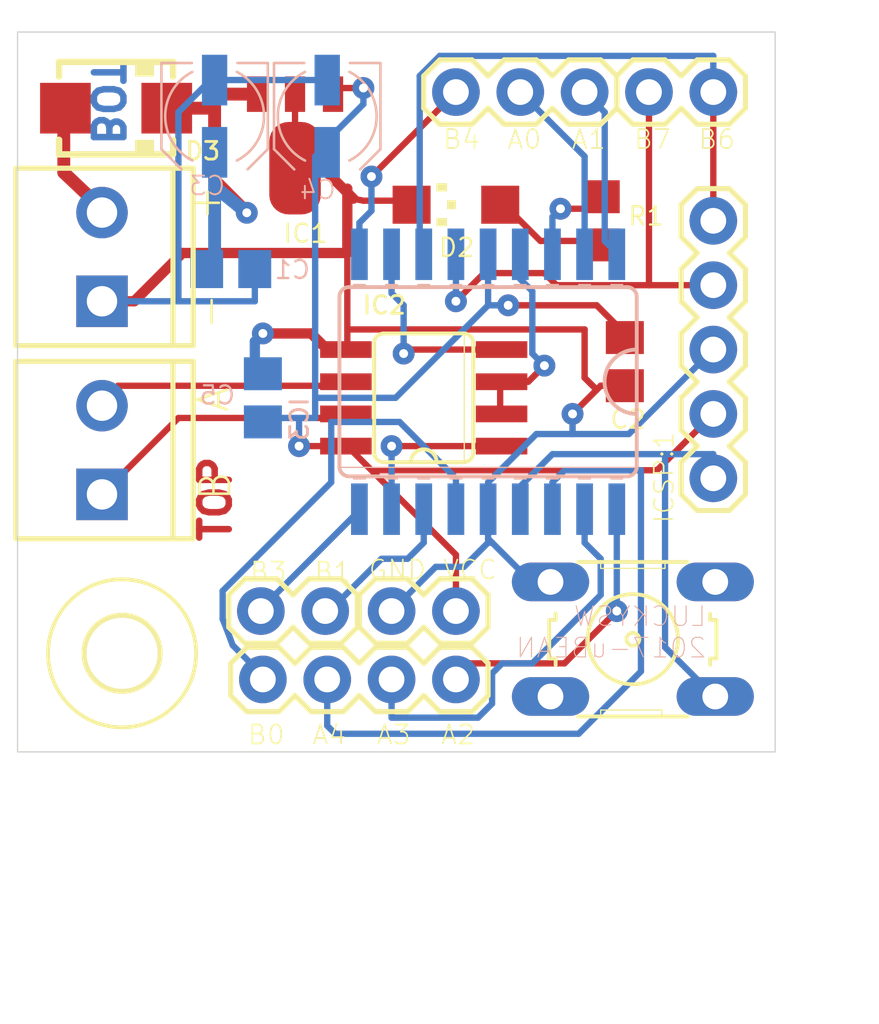
<source format=kicad_pcb>
(kicad_pcb (version 20221018) (generator pcbnew)
  (layers (0 "F.Cu" signal) (31 "B.Cu" signal) (34 "B.Paste" user) (35 "F.Paste" user) (36 "B.SilkS" user "B.Silkscreen") (37 "F.SilkS" user "F.Silkscreen") (38 "B.Mask" user) (39 "F.Mask" user) (44 "Edge.Cuts" user))
  (net 0 "")
  (net 1 "GND")
  (net 2 "N$1")
  (net 3 "N$2")
  (net 4 "B")
  (net 5 "A")
  (net 6 "MCLR")
  (net 7 "RB7")
  (net 8 "RB6")
  (net 9 "RA7")
  (net 10 "N$10")
  (net 11 "RB5")
  (net 12 "RB2")
  (net 13 "VCC")
  (net 14 "RB0")
  (net 15 "RA3")
  (net 16 "RA4")
  (net 17 "RA1")
  (net 18 "RB4")
  (net 19 "RA6")
  (net 20 "RA0")
  (net 21 "RB3")
  (net 22 "RA2")
  (net 23 "RB1")
  (footprint "microbean:MICRO-SWITCH" (layer "F.Cu") (at 157.837662 114.760475)
    (fp_text reference "U$2" hide)
    (fp_text value "PUSH-BUTTON")
    (pad "1" thru_hole oval (at -3.2512 -2.2606) (size 3.048 1.524) (drill 1.016) (layers "*.Cu" "*.Mask") (net 1 "GND"))
    (pad "2" thru_hole oval (at 3.2512 -2.2606) (size 3.048 1.524) (drill 1.016) (layers "*.Cu" "*.Mask"))
    (pad "3" thru_hole oval (at -3.2512 2.2606) (size 3.048 1.524) (drill 1.016) (layers "*.Cu" "*.Mask"))
    (pad "4" thru_hole oval (at 3.2512 2.2606) (size 3.048 1.524) (drill 1.016) (layers "*.Cu" "*.Mask") (net 6 "MCLR"))
  )
  (footprint "microbean:1X05" (layer "F.Cu") (at 161.012662 108.410475 90)
    (fp_text reference "ICSP0" hide)
    (fp_text value "ICSP-HEADER-5")
    (pad "1" thru_hole circle (at 0 0 180) (size 1.8796 1.8796) (drill 1.016) (layers "*.Cu" "*.Mask") (net 6 "MCLR"))
    (pad "2" thru_hole circle (at 2.54 0 180) (size 1.8796 1.8796) (drill 1.016) (layers "*.Cu" "*.Mask") (net 13 "VCC"))
    (pad "3" thru_hole circle (at 5.08 0 180) (size 1.8796 1.8796) (drill 1.016) (layers "*.Cu" "*.Mask") (net 1 "GND"))
    (pad "4" thru_hole circle (at 7.62 0 180) (size 1.8796 1.8796) (drill 1.016) (layers "*.Cu" "*.Mask") (net 7 "RB7"))
    (pad "5" thru_hole circle (at 10.16 0 180) (size 1.8796 1.8796) (drill 1.016) (layers "*.Cu" "*.Mask") (net 8 "RB6"))
  )
  (footprint "microbean:1X02" (layer "F.Cu") (at 143.153287 113.649225)
    (fp_text reference "J7" hide)
    (fp_text value "")
    (pad "1" thru_hole circle (at 0 0 90) (size 1.8796 1.8796) (drill 1.016) (layers "*.Cu" "*.Mask") (net 21 "RB3"))
    (pad "2" thru_hole circle (at 2.54 0 90) (size 1.8796 1.8796) (drill 1.016) (layers "*.Cu" "*.Mask") (net 23 "RB1"))
  )
  (footprint "microbean:1X03" (layer "F.Cu") (at 150.852662 93.170475)
    (fp_text reference "J3" hide)
    (fp_text value "")
    (pad "1" thru_hole circle (at 0 0 90) (size 1.8796 1.8796) (drill 1.016) (layers "*.Cu" "*.Mask") (net 18 "RB4"))
    (pad "2" thru_hole circle (at 2.54 0 90) (size 1.8796 1.8796) (drill 1.016) (layers "*.Cu" "*.Mask") (net 20 "RA0"))
    (pad "3" thru_hole circle (at 5.08 0 90) (size 1.8796 1.8796) (drill 1.016) (layers "*.Cu" "*.Mask") (net 17 "RA1"))
  )
  (footprint "microbean:SMA" (layer "F.Cu") (at 137.438287 93.805475 180)
    (fp_text reference "D3" (at -4.17875 -1.285625) (layer "F.SilkS") (effects (font (size 0.6985 0.6985) (thickness 0.1143)) (justify right top)))
    (fp_text value "S1A")
    (pad "A" smd rect (at 2 0 180) (size 2 2) (layers "F.Cu" "F.Paste" "F.Mask") (net 2 "N$1"))
    (pad "C" smd rect (at -2 0 180) (size 2 2) (layers "F.Cu" "F.Paste" "F.Mask") (net 3 "N$2"))
  )
  (footprint "microbean:R0805" (layer "F.Cu") (at 156.567662 98.250475 -90)
    (fp_text reference "R1" (at 0.238125 -1.031875) (layer "F.SilkS") (effects (font (size 0.719328 0.719328) (thickness 0.093472)) (justify left bottom)))
    (fp_text value "560")
    (pad "1" smd rect (at -0.95 0 270) (size 1.3 1.5) (layers "F.Cu" "F.Paste" "F.Mask") (net 9 "RA7"))
    (pad "2" smd rect (at 0.95 0 270) (size 1.3 1.5) (layers "F.Cu" "F.Paste" "F.Mask") (net 10 "N$10"))
  )
  (footprint "microbean:CHIPLED_1206" (layer "F.Cu") (at 150.852662 97.615475 90)
    (fp_text reference "D2" (at -1.27 0.79375) (layer "F.SilkS") (effects (font (size 0.719328 0.719328) (thickness 0.093472)) (justify right top)))
    (fp_text value "LED1206")
    (pad "A" smd rect (at 0 1.75 90) (size 1.5 1.5) (layers "F.Cu" "F.Paste" "F.Mask") (net 10 "N$10"))
    (pad "C" smd rect (at 0 -1.75 90) (size 1.5 1.5) (layers "F.Cu" "F.Paste" "F.Mask") (net 1 "GND"))
  )
  (footprint "microbean:1X04" (layer "F.Cu") (at 150.852662 116.347975 180)
    (fp_text reference "J4" hide)
    (fp_text value "")
    (pad "1" thru_hole circle (at 0 0 270) (size 1.8796 1.8796) (drill 1.016) (layers "*.Cu" "*.Mask") (net 22 "RA2"))
    (pad "2" thru_hole circle (at 2.54 0 270) (size 1.8796 1.8796) (drill 1.016) (layers "*.Cu" "*.Mask") (net 15 "RA3"))
    (pad "3" thru_hole circle (at 5.08 0 270) (size 1.8796 1.8796) (drill 1.016) (layers "*.Cu" "*.Mask") (net 16 "RA4"))
    (pad "4" thru_hole circle (at 7.62 0 270) (size 1.8796 1.8796) (drill 1.016) (layers "*.Cu" "*.Mask") (net 14 "RB0"))
  )
  (footprint "microbean:SCREWTERMINAL-3.5MM-2" (layer "F.Cu") (at 136.882662 109.045475 90)
    (fp_text reference "J2" hide)
    (fp_text value "")
    (pad "1" thru_hole rect (at 0 0 90) (size 2.032 2.032) (drill 1.2) (layers "*.Cu" "*.Mask") (net 4 "B"))
    (pad "2" thru_hole circle (at 3.5 0 90) (size 2.032 2.032) (drill 1.2) (layers "*.Cu" "*.Mask") (net 5 "A"))
  )
  (footprint "microbean:2,8" (layer "F.Cu") (at 137.676412 115.3161)
    (fp_text reference "U$4" hide)
    (fp_text value "" hide)
    (pad "" np_thru_hole circle (at 0 0) (size 2.8 2.8) (drill 2.8) (layers "*.Cu" "*.Mask"))
  )
  (footprint "microbean:SCREWTERMINAL-3.5MM-2" (layer "F.Cu") (at 136.882662 101.425475 90)
    (fp_text reference "J1" hide)
    (fp_text value "")
    (pad "1" thru_hole rect (at 0 0 90) (size 2.032 2.032) (drill 1.2) (layers "*.Cu" "*.Mask") (net 1 "GND"))
    (pad "2" thru_hole circle (at 3.5 0 90) (size 2.032 2.032) (drill 1.2) (layers "*.Cu" "*.Mask") (net 2 "N$1"))
  )
  (footprint "microbean:1X02" (layer "F.Cu") (at 158.472662 93.170475)
    (fp_text reference "J6" hide)
    (fp_text value "")
    (pad "1" thru_hole circle (at 0 0 90) (size 1.8796 1.8796) (drill 1.016) (layers "*.Cu" "*.Mask") (net 7 "RB7"))
    (pad "2" thru_hole circle (at 2.54 0 90) (size 1.8796 1.8796) (drill 1.016) (layers "*.Cu" "*.Mask") (net 8 "RB6"))
  )
  (footprint "microbean:C0805" (layer "F.Cu") (at 157.520162 103.806725 -90)
    (fp_text reference "C2" (at 2.69875 0.635) (layer "F.SilkS") (effects (font (size 0.719328 0.719328) (thickness 0.093472)) (justify left bottom)))
    (fp_text value "100n")
    (pad "1" smd rect (at -0.95 0 270) (size 1.3 1.5) (layers "F.Cu" "F.Paste" "F.Mask") (net 13 "VCC"))
    (pad "2" smd rect (at 0.95 0 270) (size 1.3 1.5) (layers "F.Cu" "F.Paste" "F.Mask") (net 1 "GND"))
  )
  (footprint "microbean:1X02" (layer "F.Cu") (at 150.852662 113.649225 180)
    (fp_text reference "J5" hide)
    (fp_text value "")
    (pad "1" thru_hole circle (at 0 0 270) (size 1.8796 1.8796) (drill 1.016) (layers "*.Cu" "*.Mask") (net 13 "VCC"))
    (pad "2" thru_hole circle (at 2.54 0 270) (size 1.8796 1.8796) (drill 1.016) (layers "*.Cu" "*.Mask") (net 1 "GND"))
  )
  (footprint "microbean:SOT89" (layer "F.Cu") (at 144.502662 95.234225 180)
    (fp_text reference "IC1" (at -1.349375 -3.095625) (layer "F.SilkS") (effects (font (size 0.719328 0.719328) (thickness 0.093472)) (justify right top)))
    (fp_text value "L78L33/L78L05")
    (pad "1" smd rect (at -1.499 1.981 180) (size 0.8 1.4) (layers "F.Cu" "F.Paste" "F.Mask") (net 13 "VCC"))
    (pad "2" smd rect (at 0 1.981 180) (size 0.8 1.4) (layers "F.Cu") (net 1 "GND"))
    (pad "2@1" smd roundrect (at 0 -0.94 180) (size 2.032 3.65) (layers "F.Cu" "F.Paste" "F.Mask") (roundrect_rratio 0.375) (net 1 "GND"))
    (pad "3" smd rect (at 1.499 1.981 180) (size 0.8 1.4) (layers "F.Cu" "F.Paste" "F.Mask") (net 3 "N$2"))
  )
  (footprint "microbean:SO08" (layer "F.Cu") (at 149.582662 105.235475 90)
    (fp_text reference "IC2" (at 4.064 -0.635) (layer "F.SilkS") (effects (font (size 0.6985 0.6985) (thickness 0.1143)) (justify right top)))
    (fp_text value "ST485/ST3485")
    (pad "1" smd rect (at -1.905 3.0734 90) (size 0.6604 2.032) (layers "F.Cu" "F.Paste" "F.Mask") (net 12 "RB2"))
    (pad "2" smd rect (at -0.635 3.0734 90) (size 0.6604 2.032) (layers "F.Cu" "F.Paste" "F.Mask") (net 19 "RA6"))
    (pad "3" smd rect (at 0.635 3.0734 90) (size 0.6604 2.032) (layers "F.Cu" "F.Paste" "F.Mask") (net 19 "RA6"))
    (pad "4" smd rect (at 1.905 3.0734 90) (size 0.6604 2.032) (layers "F.Cu" "F.Paste" "F.Mask") (net 11 "RB5"))
    (pad "5" smd rect (at 1.905 -3.0734 90) (size 0.6604 2.032) (layers "F.Cu" "F.Paste" "F.Mask") (net 1 "GND"))
    (pad "6" smd rect (at 0.635 -3.0734 90) (size 0.6604 2.032) (layers "F.Cu" "F.Paste" "F.Mask") (net 5 "A"))
    (pad "7" smd rect (at -0.635 -3.0734 90) (size 0.6604 2.032) (layers "F.Cu" "F.Paste" "F.Mask") (net 4 "B"))
    (pad "8" smd rect (at -1.905 -3.0734 90) (size 0.6604 2.032) (layers "F.Cu" "F.Paste" "F.Mask") (net 13 "VCC"))
  )
  (footprint "microbean:C0805" (layer "B.Cu") (at 143.232662 105.235475 90)
    (fp_text reference "C5" (at -0.3175 -1.031875 180) (layer "B.SilkS") (effects (font (size 0.719328 0.719328) (thickness 0.093472)) (justify left bottom mirror)))
    (fp_text value "100n")
    (pad "1" smd rect (at -0.95 0 90) (size 1.3 1.5) (layers "B.Cu" "B.Paste" "B.Mask") (net 13 "VCC"))
    (pad "2" smd rect (at 0.95 0 90) (size 1.3 1.5) (layers "B.Cu" "B.Paste" "B.Mask") (net 1 "GND"))
  )
  (footprint "microbean:C0805" (layer "B.Cu") (at 141.962662 100.155475)
    (fp_text reference "C1" (at 1.666875 -0.396875) (layer "B.SilkS") (effects (font (size 0.719328 0.719328) (thickness 0.093472)) (justify right top mirror)))
    (fp_text value "100n")
    (pad "1" smd rect (at -0.95 0) (size 1.3 1.5) (layers "B.Cu" "B.Paste" "B.Mask") (net 3 "N$2"))
    (pad "2" smd rect (at 0.95 0) (size 1.3 1.5) (layers "B.Cu" "B.Paste" "B.Mask") (net 1 "GND"))
  )
  (footprint "microbean:UD-4X5,8_NICHICON" (layer "B.Cu") (at 141.327662 94.122975 -90)
    (fp_text reference "C3" (at 3.175 -0.47625 -180) (layer "B.SilkS") (effects (font (size 0.738022 0.738022) (thickness 0.074778)) (justify left bottom mirror)))
    (fp_text value "10u")
    (pad "+" smd rect (at 1.425 0 270) (size 2 1) (layers "B.Cu" "B.Paste" "B.Mask") (net 3 "N$2"))
    (pad "-" smd rect (at -1.425 0 270) (size 2 1) (layers "B.Cu" "B.Paste" "B.Mask") (net 1 "GND"))
  )
  (footprint "microbean:SO18W" (layer "B.Cu") (at 152.122662 104.600475 180)
    (fp_text reference "IC3" (at 7.038975 -0.555625 270) (layer "B.SilkS") (effects (font (size 0.6985 0.6985) (thickness 0.1143)) (justify left bottom mirror)))
    (fp_text value "PIC16F1827SO18")
    (pad "1" smd rect (at -5.08 -5.0292 180) (size 0.6604 2.032) (layers "B.Cu" "B.Paste" "B.Mask") (net 22 "RA2"))
    (pad "2" smd rect (at -3.81 -5.0292 180) (size 0.6604 2.032) (layers "B.Cu" "B.Paste" "B.Mask") (net 15 "RA3"))
    (pad "3" smd rect (at -2.54 -5.0292 180) (size 0.6604 2.032) (layers "B.Cu" "B.Paste" "B.Mask") (net 16 "RA4"))
    (pad "4" smd rect (at -1.27 -5.0292 180) (size 0.6604 2.032) (layers "B.Cu" "B.Paste" "B.Mask") (net 6 "MCLR"))
    (pad "5" smd rect (at 0 -5.0292 180) (size 0.6604 2.032) (layers "B.Cu" "B.Paste" "B.Mask") (net 1 "GND"))
    (pad "6" smd rect (at 1.27 -5.0292 180) (size 0.6604 2.032) (layers "B.Cu" "B.Paste" "B.Mask") (net 14 "RB0"))
    (pad "7" smd rect (at 2.54 -5.0292 180) (size 0.6604 2.032) (layers "B.Cu" "B.Paste" "B.Mask") (net 23 "RB1"))
    (pad "8" smd rect (at 3.81 -5.0292 180) (size 0.6604 2.032) (layers "B.Cu" "B.Paste" "B.Mask") (net 12 "RB2"))
    (pad "9" smd rect (at 5.08 -5.0292 180) (size 0.6604 2.032) (layers "B.Cu" "B.Paste" "B.Mask") (net 21 "RB3"))
    (pad "10" smd rect (at 5.08 5.0292 180) (size 0.6604 2.032) (layers "B.Cu" "B.Paste" "B.Mask") (net 18 "RB4"))
    (pad "11" smd rect (at 3.81 5.0292 180) (size 0.6604 2.032) (layers "B.Cu" "B.Paste" "B.Mask") (net 11 "RB5"))
    (pad "12" smd rect (at 2.54 5.0292 180) (size 0.6604 2.032) (layers "B.Cu" "B.Paste" "B.Mask") (net 8 "RB6"))
    (pad "13" smd rect (at 1.27 5.0292 180) (size 0.6604 2.032) (layers "B.Cu" "B.Paste" "B.Mask") (net 7 "RB7"))
    (pad "14" smd rect (at 0 5.0292 180) (size 0.6604 2.032) (layers "B.Cu" "B.Paste" "B.Mask") (net 13 "VCC"))
    (pad "15" smd rect (at -1.27 5.0292 180) (size 0.6604 2.032) (layers "B.Cu" "B.Paste" "B.Mask") (net 19 "RA6"))
    (pad "16" smd rect (at -2.54 5.0292 180) (size 0.6604 2.032) (layers "B.Cu" "B.Paste" "B.Mask") (net 9 "RA7"))
    (pad "17" smd rect (at -3.81 5.0292 180) (size 0.6604 2.032) (layers "B.Cu" "B.Paste" "B.Mask") (net 20 "RA0"))
    (pad "18" smd rect (at -5.08 5.0292 180) (size 0.6604 2.032) (layers "B.Cu" "B.Paste" "B.Mask") (net 17 "RA1"))
  )
  (footprint "microbean:UD-4X5,8_NICHICON" (layer "B.Cu") (at 145.772662 94.122975 -90)
    (fp_text reference "C4" (at 3.33375 -0.396875 -180) (layer "B.SilkS") (effects (font (size 0.738022 0.738022) (thickness 0.074778)) (justify left bottom mirror)))
    (fp_text value "10u")
    (pad "+" smd rect (at 1.425 0 270) (size 2 1) (layers "B.Cu" "B.Paste" "B.Mask") (net 13 "VCC"))
    (pad "-" smd rect (at -1.425 0 270) (size 2 1) (layers "B.Cu" "B.Paste" "B.Mask") (net 1 "GND"))
  )
  (gr_line (start 163.453287 119.205475) (end 163.453287 90.801725) (stroke (width 0.05)) (layer "Edge.Cuts"))
  (gr_line (start 133.548912 119.205475) (end 163.453287 119.205475) (stroke (width 0.05)) (layer "Edge.Cuts"))
  (gr_line (start 163.453287 90.801725) (end 133.548912 90.801725) (stroke (width 0.05)) (layer "Edge.Cuts"))
  (gr_line (start 133.548912 90.801725) (end 133.548912 119.205475) (stroke (width 0.05)) (layer "Edge.Cuts"))
  (gr_text "TOP" (at 142.042037 111.02985 90) (layer "F.Cu") (effects (font (size 1.166368 1.166368) (thickness 0.256032)) (justify left bottom)))
  (gr_text "BOT" (at 136.406412 95.392975 -90) (layer "B.Cu") (effects (font (size 1.166368 1.166368) (thickness 0.256032)) (justify left bottom mirror)))
  (gr_text "LUCKYSW\n2017-uBEAN" (at 160.774537 115.554225) (layer "B.SilkS") (effects (font (size 0.77216 0.77216) (thickness 0.04064)) (justify left bottom mirror)))
  (gr_text "-" (at 141.803912 102.6161 90) (layer "F.SilkS") (effects (font (size 1.1684 1.1684) (thickness 0.1016)) (justify left bottom)))
  (gr_text "B3" (at 142.677037 112.537975) (layer "F.SilkS") (effects (font (size 0.747776 0.747776) (thickness 0.065024)) (justify left bottom)))
  (gr_text "B7" (at 157.837662 95.47235) (layer "F.SilkS") (effects (font (size 0.747776 0.747776) (thickness 0.065024)) (justify left bottom)))
  (gr_text "A0" (at 152.837037 95.47235) (layer "F.SilkS") (effects (font (size 0.747776 0.747776) (thickness 0.065024)) (justify left bottom)))
  (gr_text "B" (at 142.042037 109.362975 90) (layer "F.SilkS") (effects (font (size 1.1684 1.1684) (thickness 0.1016)) (justify left bottom)))
  (gr_text "A4" (at 145.137662 118.96735) (layer "F.SilkS") (effects (font (size 0.747776 0.747776) (thickness 0.065024)) (justify left bottom)))
  (gr_text "B0" (at 142.597662 118.96735) (layer "F.SilkS") (effects (font (size 0.747776 0.747776) (thickness 0.065024)) (justify left bottom)))
  (gr_text "+" (at 141.645162 98.32985 90) (layer "F.SilkS") (effects (font (size 1.1684 1.1684) (thickness 0.1016)) (justify left bottom)))
  (gr_text "B1" (at 145.217037 112.537975) (layer "F.SilkS") (effects (font (size 0.747776 0.747776) (thickness 0.065024)) (justify left bottom)))
  (gr_text "VCC" (at 150.297037 112.4586) (layer "F.SilkS") (effects (font (size 0.747776 0.747776) (thickness 0.065024)) (justify left bottom)))
  (gr_text "B6" (at 160.377662 95.47235) (layer "F.SilkS") (effects (font (size 0.747776 0.747776) (thickness 0.065024)) (justify left bottom)))
  (gr_text "A2" (at 150.217662 118.96735) (layer "F.SilkS") (effects (font (size 0.747776 0.747776) (thickness 0.065024)) (justify left bottom)))
  (gr_text "A1" (at 155.377037 95.47235) (layer "F.SilkS") (effects (font (size 0.747776 0.747776) (thickness 0.065024)) (justify left bottom)))
  (gr_text "A3" (at 147.677662 118.96735) (layer "F.SilkS") (effects (font (size 0.747776 0.747776) (thickness 0.065024)) (justify left bottom)))
  (gr_text "A" (at 141.962662 105.870475 90) (layer "F.SilkS") (effects (font (size 1.1684 1.1684) (thickness 0.1016)) (justify left bottom)))
  (gr_text "ICSP:1" (at 159.504537 110.2361 90) (layer "F.SilkS") (effects (font (size 0.747776 0.747776) (thickness 0.065024)) (justify left bottom)))
  (gr_text "B4" (at 150.297037 95.47235) (layer "F.SilkS") (effects (font (size 0.747776 0.747776) (thickness 0.065024)) (justify left bottom)))
  (gr_text "GND" (at 147.360162 112.4586) (layer "F.SilkS") (effects (font (size 0.747776 0.747776) (thickness 0.065024)) (justify left bottom)))
  (segment (start 144.502662 96.174225) (end 144.502662 93.253225) (width 0.25) (layer "F.Cu") (net 1))
  (segment (start 146.804537 97.37735) (end 147.201412 97.456725) (width 0.25) (layer "F.Cu") (net 1))
  (segment (start 138.152662 101.425475) (end 136.882662 101.425475) (width 0.4064) (layer "F.Cu") (net 1))
  (segment (start 143.232662 102.695475) (end 145.137662 102.695475) (width 0.4064) (layer "F.Cu") (net 1))
  (segment (start 146.566412 103.330475) (end 146.509262 103.330475) (width 0.25) (layer "F.Cu") (net 1))
  (segment (start 148.788912 97.456725) (end 148.947662 97.615475) (width 0.25) (layer "F.Cu") (net 1))
  (segment (start 146.566412 99.520475) (end 140.057662 99.520475) (width 0.4064) (layer "F.Cu") (net 1))
  (segment (start 145.137662 102.695475) (end 145.772662 103.330475) (width 0.4064) (layer "F.Cu") (net 1))
  (segment (start 157.520162 104.756725) (end 156.570162 104.756725) (width 0.254) (layer "F.Cu") (net 1))
  (segment (start 146.566412 96.980475) (end 146.804537 97.37735) (width 0.25) (layer "F.Cu") (net 1))
  (segment (start 156.570162 104.756725) (end 156.408912 104.917975) (width 0.254) (layer "F.Cu") (net 1))
  (segment (start 146.566412 102.536725) (end 146.566412 103.330475) (width 0.25) (layer "F.Cu") (net 1))
  (segment (start 155.932662 102.536725) (end 155.932662 104.441725) (width 0.254) (layer "F.Cu") (net 1))
  (segment (start 156.408912 104.917975) (end 155.456412 105.870475) (width 0.254) (layer "F.Cu") (net 1))
  (segment (start 148.947662 97.615475) (end 149.102662 97.615475) (width 0.25) (layer "F.Cu") (net 1))
  (segment (start 144.661412 95.234225) (end 146.804537 97.37735) (width 0.4064) (layer "F.Cu") (net 1))
  (segment (start 147.201412 97.456725) (end 148.788912 97.456725) (width 0.25) (layer "F.Cu") (net 1))
  (segment (start 146.566412 96.980475) (end 146.566412 99.520475) (width 0.4064) (layer "F.Cu") (net 1))
  (segment (start 146.566412 99.520475) (end 146.566412 102.536725) (width 0.25) (layer "F.Cu") (net 1))
  (segment (start 146.566412 102.536725) (end 155.932662 102.536725) (width 0.25) (layer "F.Cu") (net 1))
  (segment (start 155.932662 104.441725) (end 156.408912 104.917975) (width 0.254) (layer "F.Cu") (net 1))
  (segment (start 144.661412 95.234225) (end 144.502662 96.174225) (width 0.25) (layer "F.Cu") (net 1))
  (segment (start 140.057662 99.520475) (end 138.152662 101.425475) (width 0.4064) (layer "F.Cu") (net 1))
  (via (at 143.232662 102.695475) (size 0.8636) (drill 0.35) (layers "F.Cu" "B.Cu") (net 1))
  (via (at 155.456412 105.870475) (size 0.8636) (drill 0.35) (layers "F.Cu" "B.Cu") (net 1))
  (segment (start 142.915162 103.012975) (end 143.232662 102.695475) (width 0.4064) (layer "B.Cu") (net 1))
  (segment (start 142.915162 103.965475) (end 143.232662 104.282975) (width 0.25) (layer "B.Cu") (net 1))
  (segment (start 152.122662 110.950475) (end 151.170162 111.902975) (width 0.25) (layer "B.Cu") (net 1))
  (segment (start 155.456412 106.664225) (end 154.027662 106.664225) (width 0.25) (layer "B.Cu") (net 1))
  (segment (start 142.915162 100.155475) (end 142.915162 101.425475) (width 0.25) (layer "B.Cu") (net 1))
  (segment (start 152.122662 109.680475) (end 152.122662 110.950475) (width 0.25) (layer "B.Cu") (net 1))
  (segment (start 153.710162 112.379225) (end 152.281412 110.950475) (width 0.25) (layer "B.Cu") (net 1))
  (segment (start 152.281412 110.950475) (end 152.122662 110.791725) (width 0.25) (layer "B.Cu") (net 1))
  (segment (start 141.327662 92.535475) (end 141.327662 92.694225) (width 0.25) (layer "B.Cu") (net 1))
  (segment (start 161.012662 103.330475) (end 157.678912 106.664225) (width 0.25) (layer "B.Cu") (net 1))
  (segment (start 151.170162 111.902975) (end 150.058912 111.902975) (width 0.25) (layer "B.Cu") (net 1))
  (segment (start 142.915162 100.155475) (end 142.912662 100.155475) (width 0.25) (layer "B.Cu") (net 1))
  (segment (start 155.456412 105.870475) (end 155.456412 106.664225) (width 0.254) (layer "B.Cu") (net 1))
  (segment (start 154.027662 106.664225) (end 152.122662 108.569225) (width 0.25) (layer "B.Cu") (net 1))
  (segment (start 150.058912 111.902975) (end 148.312662 113.649225) (width 0.25) (layer "B.Cu") (net 1))
  (segment (start 143.232662 104.282975) (end 143.232662 104.285475) (width 0.25) (layer "B.Cu") (net 1))
  (segment (start 152.122662 110.950475) (end 152.281412 110.950475) (width 0.254) (layer "B.Cu") (net 1))
  (segment (start 145.772662 92.694225) (end 145.772662 92.697975) (width 0.25) (layer "B.Cu") (net 1))
  (segment (start 141.327662 92.694225) (end 141.327662 92.697975) (width 0.25) (layer "B.Cu") (net 1))
  (segment (start 136.882662 101.425475) (end 139.898912 101.425475) (width 0.25) (layer "B.Cu") (net 1))
  (segment (start 139.898912 101.425475) (end 139.898912 93.964225) (width 0.25) (layer "B.Cu") (net 1))
  (segment (start 152.122662 108.569225) (end 152.122662 109.629675) (width 0.25) (layer "B.Cu") (net 1))
  (segment (start 142.915162 103.965475) (end 142.915162 103.012975) (width 0.4064) (layer "B.Cu") (net 1))
  (segment (start 152.122662 109.629675) (end 152.122662 109.680475) (width 0.254) (layer "B.Cu") (net 1))
  (segment (start 157.678912 106.664225) (end 155.456412 106.664225) (width 0.25) (layer "B.Cu") (net 1))
  (segment (start 154.503912 112.379225) (end 153.710162 112.379225) (width 0.25) (layer "B.Cu") (net 1))
  (segment (start 139.898912 93.964225) (end 141.327662 92.535475) (width 0.25) (layer "B.Cu") (net 1))
  (segment (start 139.898912 101.425475) (end 142.915162 101.425475) (width 0.25) (layer "B.Cu") (net 1))
  (segment (start 145.772662 92.694225) (end 141.327662 92.694225) (width 0.25) (layer "B.Cu") (net 1))
  (segment (start 154.503912 112.379225) (end 154.586462 112.499875) (width 0.25) (layer "B.Cu") (net 1))
  (segment (start 135.374537 93.88485) (end 135.438287 93.805475) (width 0.508) (layer "F.Cu") (net 2))
  (segment (start 136.882662 97.774225) (end 135.374537 96.345475) (width 0.508) (layer "F.Cu") (net 2))
  (segment (start 136.882662 97.774225) (end 136.882662 97.925475) (width 0.508) (layer "F.Cu") (net 2))
  (segment (start 135.374537 96.345475) (end 135.374537 93.88485) (width 0.508) (layer "F.Cu") (net 2))
  (segment (start 141.327662 96.662975) (end 142.597662 97.932975) (width 0.508) (layer "F.Cu") (net 3))
  (segment (start 139.438287 93.805475) (end 141.010162 93.805475) (width 0.508) (layer "F.Cu") (net 3))
  (segment (start 141.327662 93.646725) (end 141.327662 96.662975) (width 0.508) (layer "F.Cu") (net 3))
  (segment (start 141.645162 93.24985) (end 143.003662 93.253225) (width 0.508) (layer "F.Cu") (net 3))
  (segment (start 141.168912 93.646725) (end 141.327662 93.646725) (width 0.508) (layer "F.Cu") (net 3))
  (segment (start 141.168912 93.646725) (end 141.645162 93.24985) (width 0.508) (layer "F.Cu") (net 3))
  (segment (start 141.010162 93.805475) (end 141.168912 93.646725) (width 0.508) (layer "F.Cu") (net 3))
  (via (at 142.597662 97.932975) (size 0.8636) (drill 0.35) (layers "F.Cu" "B.Cu") (net 3))
  (segment (start 141.327662 96.9011) (end 141.327662 99.996725) (width 0.508) (layer "B.Cu") (net 3))
  (segment (start 142.597662 97.932975) (end 141.327662 96.9011) (width 0.508) (layer "B.Cu") (net 3))
  (segment (start 141.327662 96.9011) (end 141.327662 95.547975) (width 0.508) (layer "B.Cu") (net 3))
  (segment (start 141.327662 99.996725) (end 141.168912 100.155475) (width 0.508) (layer "B.Cu") (net 3))
  (segment (start 141.168912 100.155475) (end 141.012662 100.155475) (width 0.508) (layer "B.Cu") (net 3))
  (segment (start 136.882662 109.045475) (end 139.898912 106.029225) (width 0.25) (layer "F.Cu") (net 4))
  (segment (start 146.407662 105.870475) (end 146.509262 105.870475) (width 0.25) (layer "F.Cu") (net 4))
  (segment (start 146.248912 106.029225) (end 146.407662 105.870475) (width 0.25) (layer "F.Cu") (net 4))
  (segment (start 139.898912 106.029225) (end 146.248912 106.029225) (width 0.25) (layer "F.Cu") (net 4))
  (segment (start 146.248912 104.759225) (end 146.407662 104.600475) (width 0.25) (layer "F.Cu") (net 5))
  (segment (start 136.882662 105.394225) (end 136.882662 105.545475) (width 0.25) (layer "F.Cu") (net 5))
  (segment (start 146.407662 104.600475) (end 146.509262 104.600475) (width 0.25) (layer "F.Cu") (net 5))
  (segment (start 136.882662 105.394225) (end 137.517662 104.759225) (width 0.25) (layer "F.Cu") (net 5))
  (segment (start 137.517662 104.759225) (end 146.248912 104.759225) (width 0.25) (layer "F.Cu") (net 5))
  (segment (start 159.107662 107.457975) (end 159.107662 115.077975) (width 0.25) (layer "B.Cu") (net 6))
  (segment (start 154.662662 107.457975) (end 153.392662 108.727975) (width 0.25) (layer "B.Cu") (net 6))
  (segment (start 161.012662 116.982975) (end 161.088862 117.021075) (width 0.25) (layer "B.Cu") (net 6))
  (segment (start 161.012662 108.410475) (end 161.012662 107.457975) (width 0.25) (layer "B.Cu") (net 6))
  (segment (start 161.012662 107.457975) (end 159.107662 107.457975) (width 0.25) (layer "B.Cu") (net 6))
  (segment (start 159.107662 115.077975) (end 161.012662 116.982975) (width 0.25) (layer "B.Cu") (net 6))
  (segment (start 153.392662 108.727975) (end 153.392662 109.629675) (width 0.25) (layer "B.Cu") (net 6))
  (segment (start 159.107662 107.457975) (end 154.662662 107.457975) (width 0.25) (layer "B.Cu") (net 6))
  (segment (start 154.821412 100.790475) (end 154.345162 100.314225) (width 0.25) (layer "F.Cu") (net 7))
  (segment (start 154.345162 100.314225) (end 151.963912 100.314225) (width 0.25) (layer "F.Cu") (net 7))
  (segment (start 158.472662 100.790475) (end 158.472662 93.170475) (width 0.25) (layer "F.Cu") (net 7))
  (segment (start 151.963912 100.314225) (end 150.852662 101.425475) (width 0.25) (layer "F.Cu") (net 7))
  (segment (start 158.472662 100.790475) (end 154.821412 100.790475) (width 0.25) (layer "F.Cu") (net 7))
  (segment (start 161.012662 100.790475) (end 158.472662 100.790475) (width 0.25) (layer "F.Cu") (net 7))
  (via (at 150.852662 101.425475) (size 0.8636) (drill 0.35) (layers "F.Cu" "B.Cu") (net 7))
  (segment (start 150.852662 101.425475) (end 150.852662 99.571275) (width 0.25) (layer "B.Cu") (net 7))
  (segment (start 161.012662 93.170475) (end 161.012662 98.250475) (width 0.25) (layer "F.Cu") (net 8))
  (segment (start 149.582662 99.520475) (end 149.582662 99.571275) (width 0.25) (layer "B.Cu") (net 8))
  (segment (start 149.423912 99.361725) (end 149.582662 99.520475) (width 0.25) (layer "B.Cu") (net 8))
  (segment (start 150.217662 91.741725) (end 149.423912 92.535475) (width 0.25) (layer "B.Cu") (net 8))
  (segment (start 161.012662 93.170475) (end 161.012662 91.741725) (width 0.25) (layer "B.Cu") (net 8))
  (segment (start 149.423912 92.535475) (end 149.423912 99.361725) (width 0.25) (layer "B.Cu") (net 8))
  (segment (start 161.012662 91.741725) (end 150.217662 91.741725) (width 0.25) (layer "B.Cu") (net 8))
  (segment (start 154.980162 97.774225) (end 156.250162 97.774225) (width 0.25) (layer "F.Cu") (net 9))
  (segment (start 156.250162 97.774225) (end 156.567662 97.456725) (width 0.25) (layer "F.Cu") (net 9))
  (segment (start 156.567662 97.456725) (end 156.567662 97.300475) (width 0.25) (layer "F.Cu") (net 9))
  (via (at 154.980162 97.774225) (size 0.8636) (drill 0.35) (layers "F.Cu" "B.Cu") (net 9))
  (segment (start 154.662662 99.571275) (end 154.662662 98.091725) (width 0.25) (layer "B.Cu") (net 9))
  (segment (start 154.662662 98.091725) (end 154.980162 97.774225) (width 0.25) (layer "B.Cu") (net 9))
  (segment (start 154.186412 99.044225) (end 152.757662 97.615475) (width 0.25) (layer "F.Cu") (net 10))
  (segment (start 152.757662 97.615475) (end 152.602662 97.615475) (width 0.25) (layer "F.Cu") (net 10))
  (segment (start 156.567662 99.044225) (end 156.567662 99.200475) (width 0.25) (layer "F.Cu") (net 10))
  (segment (start 156.567662 99.044225) (end 154.186412 99.044225) (width 0.25) (layer "F.Cu") (net 10))
  (segment (start 152.656062 103.330475) (end 148.947662 103.330475) (width 0.25) (layer "F.Cu") (net 11))
  (segment (start 148.947662 103.330475) (end 148.788912 103.489225) (width 0.25) (layer "F.Cu") (net 11))
  (via (at 148.788912 103.489225) (size 0.8636) (drill 0.35) (layers "F.Cu" "B.Cu") (net 11))
  (segment (start 148.788912 103.489225) (end 148.788912 101.584225) (width 0.25) (layer "B.Cu") (net 11))
  (segment (start 148.788912 101.584225) (end 148.312662 101.107975) (width 0.25) (layer "B.Cu") (net 11))
  (segment (start 148.312662 101.107975) (end 148.312662 99.571275) (width 0.25) (layer "B.Cu") (net 11))
  (segment (start 152.656062 107.140475) (end 148.312662 107.140475) (width 0.25) (layer "F.Cu") (net 12))
  (via (at 148.312662 107.140475) (size 0.8636) (drill 0.35) (layers "F.Cu" "B.Cu") (net 12))
  (segment (start 148.312662 107.140475) (end 148.312662 109.629675) (width 0.25) (layer "B.Cu") (net 12))
  (segment (start 157.361412 102.536725) (end 156.408912 101.584225) (width 0.254) (layer "F.Cu") (net 13))
  (segment (start 147.677662 108.092975) (end 147.598287 108.17235) (width 0.25) (layer "F.Cu") (net 13))
  (segment (start 146.090162 93.011725) (end 146.001662 93.253225) (width 0.25) (layer "F.Cu") (net 13))
  (segment (start 161.012662 105.870475) (end 158.790162 108.092975) (width 0.25) (layer "F.Cu") (net 13))
  (segment (start 150.852662 113.649225) (end 150.852662 111.426725) (width 0.25) (layer "F.Cu") (net 13))
  (segment (start 147.201412 93.011725) (end 146.090162 93.011725) (width 0.25) (layer "F.Cu") (net 13))
  (segment (start 146.566412 107.140475) (end 146.509262 107.140475) (width 0.25) (layer "F.Cu") (net 13))
  (segment (start 150.852662 111.426725) (end 147.598287 108.17235) (width 0.25) (layer "F.Cu") (net 13))
  (segment (start 146.509262 107.140475) (end 144.661412 107.140475) (width 0.25) (layer "F.Cu") (net 13))
  (segment (start 147.598287 108.17235) (end 146.566412 107.140475) (width 0.25) (layer "F.Cu") (net 13))
  (segment (start 147.677662 108.092975) (end 158.790162 108.092975) (width 0.25) (layer "F.Cu") (net 13))
  (segment (start 157.520162 102.856725) (end 157.361412 102.536725) (width 0.254) (layer "F.Cu") (net 13))
  (segment (start 156.408912 101.584225) (end 152.916412 101.584225) (width 0.254) (layer "F.Cu") (net 13))
  (via (at 152.916412 101.584225) (size 0.8636) (drill 0.35) (layers "F.Cu" "B.Cu") (net 13))
  (via (at 147.201412 93.011725) (size 0.8636) (drill 0.35) (layers "F.Cu" "B.Cu") (net 13))
  (via (at 144.661412 107.140475) (size 0.8636) (drill 0.35) (layers "F.Cu" "B.Cu") (net 13))
  (segment (start 144.661412 106.029225) (end 143.232662 106.029225) (width 0.25) (layer "B.Cu") (net 13))
  (segment (start 145.772662 95.075475) (end 145.772662 95.547975) (width 0.25) (layer "B.Cu") (net 13))
  (segment (start 145.296412 105.235475) (end 145.296412 106.029225) (width 0.25) (layer "B.Cu") (net 13))
  (segment (start 145.296412 95.710475) (end 145.296412 105.235475) (width 0.25) (layer "B.Cu") (net 13))
  (segment (start 145.772662 95.234225) (end 145.772662 95.547975) (width 0.25) (layer "B.Cu") (net 13))
  (segment (start 143.232662 106.029225) (end 143.232662 106.185475) (width 0.25) (layer "B.Cu") (net 13))
  (segment (start 145.296412 105.235475) (end 148.471412 105.235475) (width 0.25) (layer "B.Cu") (net 13))
  (segment (start 145.296412 106.029225) (end 144.661412 106.029225) (width 0.25) (layer "B.Cu") (net 13))
  (segment (start 147.201412 93.646725) (end 147.201412 93.011725) (width 0.25) (layer "B.Cu") (net 13))
  (segment (start 144.661412 107.140475) (end 144.661412 106.029225) (width 0.25) (layer "B.Cu") (net 13))
  (segment (start 145.772662 95.075475) (end 147.201412 93.646725) (width 0.25) (layer "B.Cu") (net 13))
  (segment (start 148.471412 105.235475) (end 152.122662 101.584225) (width 0.25) (layer "B.Cu") (net 13))
  (segment (start 152.916412 101.584225) (end 152.122662 101.584225) (width 0.254) (layer "B.Cu") (net 13))
  (segment (start 145.772662 95.234225) (end 145.296412 95.710475) (width 0.25) (layer "B.Cu") (net 13))
  (segment (start 152.122662 101.584225) (end 152.122662 99.571275) (width 0.25) (layer "B.Cu") (net 13))
  (segment (start 142.042037 114.9986) (end 141.803912 114.3636) (width 0.25) (layer "B.Cu") (net 14))
  (segment (start 141.645162 113.966725) (end 141.645162 112.855475) (width 0.25) (layer "B.Cu") (net 14))
  (segment (start 143.232662 116.347975) (end 143.232662 116.189225) (width 0.25) (layer "B.Cu") (net 14))
  (segment (start 141.645162 112.855475) (end 145.931412 108.569225) (width 0.25) (layer "B.Cu") (net 14))
  (segment (start 145.931412 108.569225) (end 145.931412 106.187975) (width 0.25) (layer "B.Cu") (net 14))
  (segment (start 150.852662 108.410475) (end 150.852662 109.629675) (width 0.25) (layer "B.Cu") (net 14))
  (segment (start 145.931412 106.187975) (end 148.630162 106.187975) (width 0.25) (layer "B.Cu") (net 14))
  (segment (start 148.630162 106.187975) (end 150.852662 108.410475) (width 0.25) (layer "B.Cu") (net 14))
  (segment (start 143.232662 116.189225) (end 142.042037 114.9986) (width 0.25) (layer "B.Cu") (net 14))
  (segment (start 141.803912 114.3636) (end 141.645162 113.966725) (width 0.25) (layer "B.Cu") (net 14))
  (segment (start 152.281412 116.10985) (end 152.678287 115.712975) (width 0.25) (layer "B.Cu") (net 15))
  (segment (start 153.868912 115.712975) (end 156.567662 113.014225) (width 0.25) (layer "B.Cu") (net 15))
  (segment (start 151.725787 117.8561) (end 152.281412 117.300475) (width 0.25) (layer "B.Cu") (net 15))
  (segment (start 152.281412 117.300475) (end 152.281412 116.10985) (width 0.25) (layer "B.Cu") (net 15))
  (segment (start 156.567662 113.014225) (end 156.567662 111.585475) (width 0.25) (layer "B.Cu") (net 15))
  (segment (start 148.312662 117.8561) (end 151.725787 117.8561) (width 0.25) (layer "B.Cu") (net 15))
  (segment (start 148.312662 116.347975) (end 148.312662 117.8561) (width 0.25) (layer "B.Cu") (net 15))
  (segment (start 155.932662 110.950475) (end 155.932662 109.629675) (width 0.25) (layer "B.Cu") (net 15))
  (segment (start 152.678287 115.712975) (end 153.868912 115.712975) (width 0.25) (layer "B.Cu") (net 15))
  (segment (start 156.567662 111.585475) (end 155.932662 110.950475) (width 0.25) (layer "B.Cu") (net 15))
  (segment (start 154.662662 108.569225) (end 154.821412 109.045475) (width 0.25) (layer "B.Cu") (net 16))
  (segment (start 158.155162 108.092975) (end 155.138912 108.092975) (width 0.25) (layer "B.Cu") (net 16))
  (segment (start 145.772662 118.1736) (end 146.090162 118.4911) (width 0.25) (layer "B.Cu") (net 16))
  (segment (start 146.090162 118.4911) (end 155.694537 118.4911) (width 0.25) (layer "B.Cu") (net 16))
  (segment (start 154.662662 109.521725) (end 154.662662 109.629675) (width 0.25) (layer "B.Cu") (net 16))
  (segment (start 155.138912 108.092975) (end 154.662662 108.569225) (width 0.25) (layer "B.Cu") (net 16))
  (segment (start 158.155162 116.030475) (end 158.155162 108.092975) (width 0.25) (layer "B.Cu") (net 16))
  (segment (start 145.772662 116.347975) (end 145.772662 118.1736) (width 0.25) (layer "B.Cu") (net 16))
  (segment (start 155.694537 118.4911) (end 158.155162 116.030475) (width 0.25) (layer "B.Cu") (net 16))
  (segment (start 154.821412 109.045475) (end 154.662662 109.521725) (width 0.25) (layer "B.Cu") (net 16))
  (segment (start 157.202662 99.520475) (end 157.202662 99.571275) (width 0.25) (layer "B.Cu") (net 17))
  (segment (start 156.726412 99.044225) (end 157.202662 99.520475) (width 0.25) (layer "B.Cu") (net 17))
  (segment (start 155.932662 93.170475) (end 156.726412 93.964225) (width 0.25) (layer "B.Cu") (net 17))
  (segment (start 156.726412 93.964225) (end 156.726412 99.044225) (width 0.25) (layer "B.Cu") (net 17))
  (segment (start 150.852662 93.170475) (end 147.518912 96.504225) (width 0.25) (layer "F.Cu") (net 18))
  (via (at 147.518912 96.504225) (size 0.8636) (drill 0.35) (layers "F.Cu" "B.Cu") (net 18))
  (segment (start 147.518912 96.504225) (end 147.518912 97.8536) (width 0.25) (layer "B.Cu") (net 18))
  (segment (start 147.042662 98.32985) (end 147.042662 99.571275) (width 0.25) (layer "B.Cu") (net 18))
  (segment (start 147.518912 97.8536) (end 147.042662 98.32985) (width 0.25) (layer "B.Cu") (net 18))
  (segment (start 152.598912 104.600475) (end 152.598912 105.870475) (width 0.25) (layer "F.Cu") (net 19))
  (segment (start 152.598912 104.600475) (end 152.656062 104.600475) (width 0.25) (layer "F.Cu") (net 19))
  (segment (start 152.656062 104.600475) (end 153.710162 104.600475) (width 0.25) (layer "F.Cu") (net 19))
  (segment (start 153.710162 104.600475) (end 154.345162 103.965475) (width 0.25) (layer "F.Cu") (net 19))
  (segment (start 152.598912 105.870475) (end 152.656062 105.870475) (width 0.25) (layer "F.Cu") (net 19))
  (via (at 154.345162 103.965475) (size 0.8636) (drill 0.35) (layers "F.Cu" "B.Cu") (net 19))
  (segment (start 153.868912 103.489225) (end 153.868912 101.0286) (width 0.25) (layer "B.Cu") (net 19))
  (segment (start 154.345162 103.965475) (end 153.868912 103.489225) (width 0.25) (layer "B.Cu") (net 19))
  (segment (start 153.392662 100.55235) (end 153.392662 99.571275) (width 0.25) (layer "B.Cu") (net 19))
  (segment (start 153.868912 101.0286) (end 153.392662 100.55235) (width 0.25) (layer "B.Cu") (net 19))
  (segment (start 153.392662 93.170475) (end 155.932662 95.710475) (width 0.25) (layer "B.Cu") (net 20))
  (segment (start 155.932662 95.710475) (end 155.932662 99.571275) (width 0.25) (layer "B.Cu") (net 20))
  (segment (start 143.232662 113.490475) (end 147.042662 109.680475) (width 0.25) (layer "B.Cu") (net 21))
  (segment (start 143.153287 113.649225) (end 143.232662 113.490475) (width 0.25) (layer "B.Cu") (net 21))
  (segment (start 147.042662 109.680475) (end 147.042662 109.629675) (width 0.25) (layer "B.Cu") (net 21))
  (segment (start 155.138912 115.712975) (end 157.202662 113.649225) (width 0.25) (layer "F.Cu") (net 22))
  (segment (start 150.852662 116.347975) (end 151.408287 115.712975) (width 0.25) (layer "F.Cu") (net 22))
  (segment (start 151.408287 115.712975) (end 155.138912 115.712975) (width 0.25) (layer "F.Cu") (net 22))
  (via (at 157.202662 113.649225) (size 0.8636) (drill 0.35) (layers "F.Cu" "B.Cu") (net 22))
  (segment (start 157.202662 113.649225) (end 157.202662 109.629675) (width 0.25) (layer "B.Cu") (net 22))
  (segment (start 148.947662 111.585475) (end 149.582662 110.950475) (width 0.25) (layer "B.Cu") (net 23))
  (segment (start 147.915787 111.585475) (end 148.947662 111.585475) (width 0.25) (layer "B.Cu") (net 23))
  (segment (start 145.693287 113.649225) (end 145.852037 113.649225) (width 0.25) (layer "B.Cu") (net 23))
  (segment (start 145.852037 113.649225) (end 147.915787 111.585475) (width 0.25) (layer "B.Cu") (net 23))
  (segment (start 149.582662 110.950475) (end 149.582662 109.629675) (width 0.25) (layer "B.Cu") (net 23))
)
</source>
